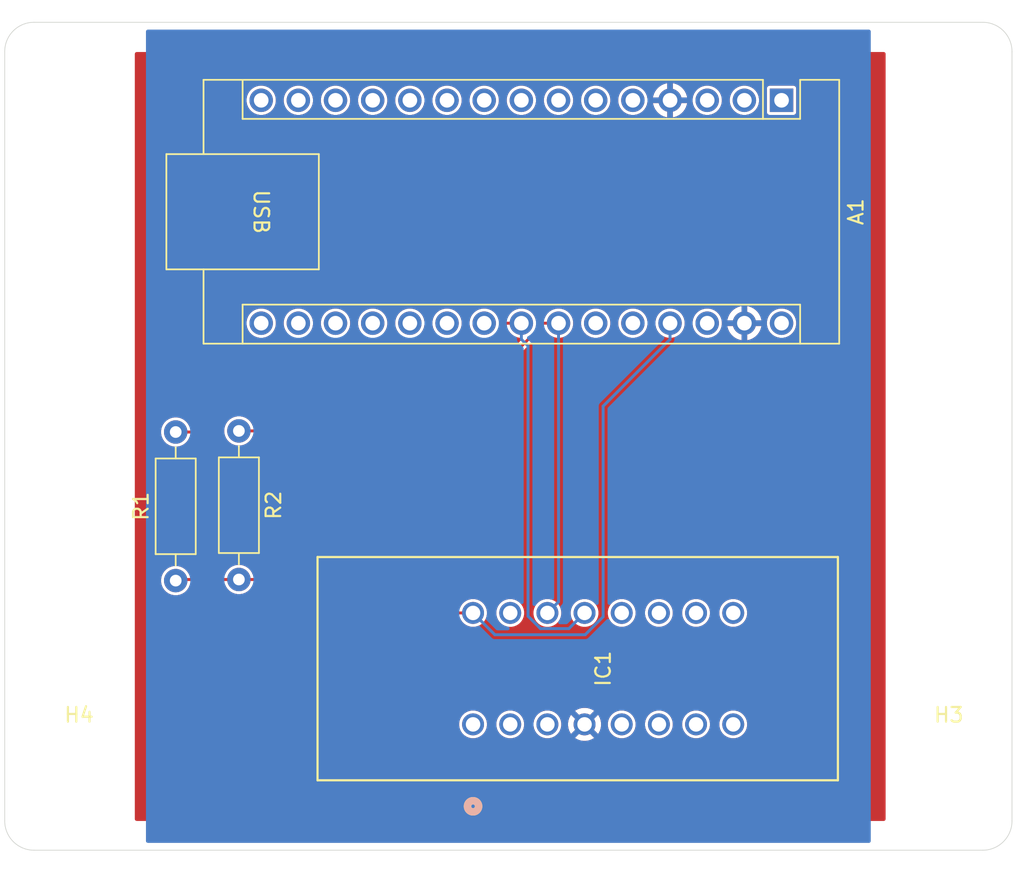
<source format=kicad_pcb>
(kicad_pcb (version 20241229) (generator "pcbnew") (generator_version "9.0")
  (layers (0 "F.Cu" signal) (2 "B.Cu" signal) (13 "F.Paste" user) (15 "B.Paste" user) (5 "F.SilkS" user "F.Silkscreen") (7 "B.SilkS" user "B.Silkscreen") (1 "F.Mask" user) (3 "B.Mask" user) (25 "Edge.Cuts" user))
  (net 0 "")
  (net 21 "Net-(A1-A5)")
  (net 23 "Net-(A1-A4)")
  (net 24 "GND")
  (net 29 "+5V")
  (footprint "Resistor_THT:R_Axial_DIN0207_L6.3mm_D2.5mm_P10.16mm_Horizontal" (layer "F.Cu") (at 98.552 97.8657 90)
    (property "Reference" "R1" (at 5.08 -2.370001 90) (layer "F.SilkS"))
    (property "Value" "2.2K")
    (fp_line (start 8.35 -1.37) (end 1.81 -1.37) (stroke (width 0.12)) (layer "F.SilkS"))
    (fp_line (start 1.81 -1.37) (end 1.81 1.37) (stroke (width 0.12)) (layer "F.SilkS"))
    (fp_line (start 9.12 0) (end 8.350001 0) (stroke (width 0.12)) (layer "F.SilkS"))
    (fp_line (start 1.04 0) (end 1.81 0) (stroke (width 0.12)) (layer "F.SilkS"))
    (fp_line (start 8.35 1.37) (end 8.35 -1.37) (stroke (width 0.12)) (layer "F.SilkS"))
    (fp_line (start 1.81 1.37) (end 8.35 1.37) (stroke (width 0.12)) (layer "F.SilkS"))
    (pad "1" thru_hole circle (at 0 0 90) (size 1.6 1.6) (drill 0.8) (layers "*.Cu" "*.Mask") (net 29 "+5V"))
    (pad "2" thru_hole oval (at 10.16 0 90) (size 1.6 1.6) (drill 0.8) (layers "*.Cu" "*.Mask") (net 23 "Net-(A1-A4)"))
  )
  (footprint "MountingHole:MountingHole_3.2mm_M3" (layer "F.Cu") (at 151.384 111.252)
    (property "Reference" "H3" (at 0 -4.2 0) (layer "F.SilkS"))
    (property "Value" "MountingHole")
    (pad "" np_thru_hole circle (at 0 0) (size 3.2 3.2) (drill 3.2) (layers "*.Cu" "*.Mask"))
  )
  (footprint "My Footprint Library:ZIF16_TO_PCF8583" (layer "F.Cu") (at 118.872 107.696 90)
    (property "Reference" "IC1" (at 3.81 8.89 90) (layer "F.SilkS"))
    (property "Value" "PCF8583P_F5,112")
    (fp_line (start 11.4427 -10.626999) (end -3.8227 -10.626999) (stroke (width 0.1524)) (layer "F.SilkS"))
    (fp_line (start -3.8227 -10.626999) (end -3.8227 24.933001) (stroke (width 0.1524)) (layer "F.SilkS"))
    (fp_line (start 11.4427 24.933001) (end 11.4427 -10.626999) (stroke (width 0.1524)) (layer "F.SilkS"))
    (fp_line (start -3.8227 24.933001) (end 11.4427 24.933001) (stroke (width 0.1524)) (layer "F.SilkS"))
    (fp_circle (center -5.6007 0) (end -5.2197 0) (stroke (width 0.508)) (fill no) (layer "F.SilkS"))
    (fp_circle (center -5.6007 0) (end -5.2197 0) (stroke (width 0.508)) (fill no) (layer "B.SilkS"))
    (pad "" thru_hole circle (at 0 10.16 90) (size 1.4986 1.4986) (drill 0.9906) (layers "*.Cu" "*.Mask"))
    (pad "" thru_hole circle (at 0 12.7 90) (size 1.4986 1.4986) (drill 0.9906) (layers "*.Cu" "*.Mask"))
    (pad "" thru_hole circle (at 0 15.24 90) (size 1.4986 1.4986) (drill 0.9906) (layers "*.Cu" "*.Mask"))
    (pad "" thru_hole circle (at 0 17.78 90) (size 1.4986 1.4986) (drill 0.9906) (layers "*.Cu" "*.Mask"))
    (pad "" thru_hole circle (at 7.62 10.16 90) (size 1.4986 1.4986) (drill 0.9906) (layers "*.Cu" "*.Mask"))
    (pad "" thru_hole circle (at 7.62 12.7 90) (size 1.4986 1.4986) (drill 0.9906) (layers "*.Cu" "*.Mask"))
    (pad "" thru_hole circle (at 7.62 15.24 90) (size 1.4986 1.4986) (drill 0.9906) (layers "*.Cu" "*.Mask"))
    (pad "" thru_hole circle (at 7.62 17.78 90) (size 1.4986 1.4986) (drill 0.9906) (layers "*.Cu" "*.Mask"))
    (pad "1" thru_hole circle (at 0 0 90) (size 1.4986 1.4986) (drill 0.9906) (layers "*.Cu" "*.Mask"))
    (pad "2" thru_hole circle (at 0 2.54 90) (size 1.4986 1.4986) (drill 0.9906) (layers "*.Cu" "*.Mask"))
    (pad "3" thru_hole circle (at 0 5.08 90) (size 1.4986 1.4986) (drill 0.9906) (layers "*.Cu" "*.Mask"))
    (pad "4" thru_hole circle (at 0 7.62 90) (size 1.4986 1.4986) (drill 0.9906) (layers "*.Cu" "*.Mask") (net 24 "GND"))
    (pad "5" thru_hole circle (at 7.62 7.62 90) (size 1.4986 1.4986) (drill 0.9906) (layers "*.Cu" "*.Mask") (net 23 "Net-(A1-A4)"))
    (pad "6" thru_hole circle (at 7.62 5.08 90) (size 1.4986 1.4986) (drill 0.9906) (layers "*.Cu" "*.Mask") (net 21 "Net-(A1-A5)"))
    (pad "7" thru_hole circle (at 7.62 2.54 90) (size 1.4986 1.4986) (drill 0.9906) (layers "*.Cu" "*.Mask"))
    (pad "8" thru_hole circle (at 7.62 0 90) (size 1.4986 1.4986) (drill 0.9906) (layers "*.Cu" "*.Mask") (net 29 "+5V"))
  )
  (footprint "Module:Arduino_Nano" (layer "F.Cu") (at 139.954 65.024 -90)
    (property "Reference" "A1" (at 7.62 -5.08 90) (layer "F.SilkS"))
    (property "Value" "Arduino_Nano_v3.x")
    (fp_line (start 3.68 42.04) (end 3.68 31.619999) (stroke (width 0.12)) (layer "F.SilkS"))
    (fp_line (start 11.559999 42.04) (end 3.68 42.04) (stroke (width 0.12)) (layer "F.SilkS"))
    (fp_line (start 16.64 39.5) (end 11.56 39.499999) (stroke (width 0.12)) (layer "F.SilkS"))
    (fp_line (start 16.64 39.5) (end 16.64 -3.94) (stroke (width 0.12)) (layer "F.SilkS"))
    (fp_line (start -1.4 39.499999) (end 3.68 39.5) (stroke (width 0.12)) (layer "F.SilkS"))
    (fp_line (start 1.27 36.83) (end -1.4 36.83) (stroke (width 0.12)) (layer "F.SilkS"))
    (fp_line (start 13.97 36.83) (end 16.64 36.83) (stroke (width 0.12)) (layer "F.SilkS"))
    (fp_line (start 11.56 31.62) (end 11.559999 42.04) (stroke (width 0.12)) (layer "F.SilkS"))
    (fp_line (start 3.68 31.619999) (end 11.56 31.62) (stroke (width 0.12)) (layer "F.SilkS"))
    (fp_line (start -1.4 1.27) (end -1.4 39.499999) (stroke (width 0.12)) (layer "F.SilkS"))
    (fp_line (start 1.27 1.27) (end 1.27 36.83) (stroke (width 0.12)) (layer "F.SilkS"))
    (fp_line (start 1.27 1.27) (end -1.4 1.27) (stroke (width 0.12)) (layer "F.SilkS"))
    (fp_line (start 1.27 1.27) (end 1.27 -1.27) (stroke (width 0.12)) (layer "F.SilkS"))
    (fp_line (start 1.27 -1.27) (end -1.4 -1.27) (stroke (width 0.12)) (layer "F.SilkS"))
    (fp_line (start 13.97 -1.27) (end 13.97 36.83) (stroke (width 0.12)) (layer "F.SilkS"))
    (fp_line (start 13.97 -1.27) (end 16.64 -1.27) (stroke (width 0.12)) (layer "F.SilkS"))
    (fp_line (start -1.4 -3.94) (end -1.4 -1.27) (stroke (width 0.12)) (layer "F.SilkS"))
    (fp_line (start 16.64 -3.94) (end -1.4 -3.94) (stroke (width 0.12)) (layer "F.SilkS"))
    (fp_text user "USB" (at 7.62 35.56 270) (layer "F.SilkS"))
    (pad "1" thru_hole rect (at 0 0 270) (size 1.6 1.6) (drill 1) (layers "*.Cu" "*.Mask"))
    (pad "2" thru_hole oval (at 0 2.54 270) (size 1.6 1.6) (drill 1) (layers "*.Cu" "*.Mask"))
    (pad "3" thru_hole oval (at 0 5.079999 270) (size 1.6 1.6) (drill 1) (layers "*.Cu" "*.Mask"))
    (pad "4" thru_hole oval (at 0 7.62 270) (size 1.6 1.6) (drill 1) (layers "*.Cu" "*.Mask") (net 24 "GND"))
    (pad "5" thru_hole oval (at 0 10.16 270) (size 1.6 1.6) (drill 1) (layers "*.Cu" "*.Mask"))
    (pad "6" thru_hole oval (at 0 12.7 270) (size 1.6 1.6) (drill 1) (layers "*.Cu" "*.Mask"))
    (pad "7" thru_hole oval (at 0 15.24 270) (size 1.6 1.6) (drill 1) (layers "*.Cu" "*.Mask"))
    (pad "8" thru_hole oval (at 0 17.780001 270) (size 1.6 1.6) (drill 1) (layers "*.Cu" "*.Mask"))
    (pad "9" thru_hole oval (at 0 20.32 270) (size 1.6 1.6) (drill 1) (layers "*.Cu" "*.Mask"))
    (pad "10" thru_hole oval (at 0 22.86 270) (size 1.6 1.6) (drill 1) (layers "*.Cu" "*.Mask"))
    (pad "11" thru_hole oval (at 0 25.4 270) (size 1.6 1.6) (drill 1) (layers "*.Cu" "*.Mask"))
    (pad "12" thru_hole oval (at 0 27.939999 270) (size 1.6 1.6) (drill 1) (layers "*.Cu" "*.Mask"))
    (pad "13" thru_hole oval (at 0 30.48 270) (size 1.6 1.6) (drill 1) (layers "*.Cu" "*.Mask"))
    (pad "14" thru_hole oval (at 0 33.02 270) (size 1.6 1.6) (drill 1) (layers "*.Cu" "*.Mask"))
    (pad "15" thru_hole oval (at 0 35.56 270) (size 1.6 1.6) (drill 1) (layers "*.Cu" "*.Mask"))
    (pad "16" thru_hole oval (at 15.24 35.56 270) (size 1.6 1.6) (drill 1) (layers "*.Cu" "*.Mask"))
    (pad "17" thru_hole oval (at 15.24 33.02 270) (size 1.6 1.6) (drill 1) (layers "*.Cu" "*.Mask"))
    (pad "18" thru_hole oval (at 15.24 30.48 270) (size 1.6 1.6) (drill 1) (layers "*.Cu" "*.Mask"))
    (pad "19" thru_hole oval (at 15.24 27.94 270) (size 1.6 1.6) (drill 1) (layers "*.Cu" "*.Mask"))
    (pad "20" thru_hole oval (at 15.24 25.4 270) (size 1.6 1.6) (drill 1) (layers "*.Cu" "*.Mask"))
    (pad "21" thru_hole oval (at 15.24 22.86 270) (size 1.6 1.6) (drill 1) (layers "*.Cu" "*.Mask"))
    (pad "22" thru_hole oval (at 15.24 20.32 270) (size 1.6 1.6) (drill 1) (layers "*.Cu" "*.Mask"))
    (pad "23" thru_hole oval (at 15.24 17.78 270) (size 1.6 1.6) (drill 1) (layers "*.Cu" "*.Mask") (net 23 "Net-(A1-A4)"))
    (pad "24" thru_hole oval (at 15.24 15.24 270) (size 1.6 1.6) (drill 1) (layers "*.Cu" "*.Mask") (net 21 "Net-(A1-A5)"))
    (pad "25" thru_hole oval (at 15.24 12.7 270) (size 1.6 1.6) (drill 1) (layers "*.Cu" "*.Mask"))
    (pad "26" thru_hole oval (at 15.24 10.16 270) (size 1.6 1.6) (drill 1) (layers "*.Cu" "*.Mask"))
    (pad "27" thru_hole oval (at 15.24 7.62 270) (size 1.6 1.6) (drill 1) (layers "*.Cu" "*.Mask") (net 29 "+5V"))
    (pad "28" thru_hole oval (at 15.24 5.08 270) (size 1.6 1.6) (drill 1) (layers "*.Cu" "*.Mask"))
    (pad "29" thru_hole oval (at 15.24 2.54 270) (size 1.6 1.6) (drill 1) (layers "*.Cu" "*.Mask") (net 24 "GND"))
    (pad "30" thru_hole oval (at 15.24 0 270) (size 1.6 1.6) (drill 1) (layers "*.Cu" "*.Mask"))
  )
  (footprint "MountingHole:MountingHole_3.2mm_M3" (layer "F.Cu") (at 151.13 64.77)
    (property "Reference" "H2" (hide yes))
    (property "Value" "MountingHole")
    (pad "" np_thru_hole circle (at 0 0) (size 3.2 3.2) (drill 3.2) (layers "*.Cu" "*.Mask"))
  )
  (footprint "MountingHole:MountingHole_3.2mm_M3" (layer "F.Cu") (at 91.694 64.77)
    (property "Reference" "H1" (hide yes))
    (property "Value" "MountingHole")
    (pad "" np_thru_hole circle (at 0 0) (size 3.2 3.2) (drill 3.2) (layers "*.Cu" "*.Mask"))
  )
  (footprint "Resistor_THT:R_Axial_DIN0207_L6.3mm_D2.5mm_P10.16mm_Horizontal" (layer "F.Cu") (at 102.87 87.63 -90)
    (property "Reference" "R2" (at 5.08 -2.370001 90) (layer "F.SilkS"))
    (property "Value" "2.2K")
    (fp_line (start 1.81 1.37) (end 8.35 1.37) (stroke (width 0.12)) (layer "F.SilkS"))
    (fp_line (start 8.35 1.37) (end 8.35 -1.37) (stroke (width 0.12)) (layer "F.SilkS"))
    (fp_line (start 1.04 0) (end 1.81 0) (stroke (width 0.12)) (layer "F.SilkS"))
    (fp_line (start 9.12 0) (end 8.350001 0) (stroke (width 0.12)) (layer "F.SilkS"))
    (fp_line (start 1.81 -1.37) (end 1.81 1.37) (stroke (width 0.12)) (layer "F.SilkS"))
    (fp_line (start 8.35 -1.37) (end 1.81 -1.37) (stroke (width 0.12)) (layer "F.SilkS"))
    (pad "1" thru_hole circle (at 0 0 270) (size 1.6 1.6) (drill 0.8) (layers "*.Cu" "*.Mask") (net 21 "Net-(A1-A5)"))
    (pad "2" thru_hole oval (at 10.16 0 270) (size 1.6 1.6) (drill 0.8) (layers "*.Cu" "*.Mask") (net 29 "+5V"))
  )
  (footprint "MountingHole:MountingHole_3.2mm_M3" (layer "F.Cu") (at 91.948 111.252)
    (property "Reference" "H4" (at 0 -4.2 0) (layer "F.SilkS"))
    (property "Value" "MountingHole")
    (pad "" np_thru_hole circle (at 0 0) (size 3.2 3.2) (drill 3.2) (layers "*.Cu" "*.Mask"))
  )
  (gr_arc (start 155.702 114.3) (mid 155.116214 115.714214) (end 153.702 116.3) (stroke (width 0.05)) (layer "Edge.Cuts"))
  (gr_line (start 153.702 116.3) (end 88.868 116.3) (stroke (width 0.05)) (layer "Edge.Cuts"))
  (gr_arc (start 88.868 116.3) (mid 87.453786 115.714214) (end 86.868 114.3) (stroke (width 0.05)) (layer "Edge.Cuts"))
  (gr_line (start 155.702 61.69) (end 155.702 114.3) (stroke (width 0.05)) (layer "Edge.Cuts"))
  (gr_arc (start 153.702 59.69) (mid 155.116214 60.275786) (end 155.702 61.69) (stroke (width 0.05)) (layer "Edge.Cuts"))
  (gr_line (start 86.868 114.3) (end 86.868 61.69) (stroke (width 0.05)) (layer "Edge.Cuts"))
  (gr_arc (start 86.868 61.69) (mid 87.453786 60.275786) (end 88.868 59.69) (stroke (width 0.05)) (layer "Edge.Cuts"))
  (gr_line (start 88.868 59.69) (end 153.702 59.69) (stroke (width 0.05)) (layer "Edge.Cuts"))
  (segment (start 123.6123 80.264) (end 123.6123 80.4017) (width 0.2) (layer "F.Cu") (net 21))
  (segment (start 116.384 87.63) (end 102.87 87.63) (width 0.2) (layer "F.Cu") (net 21))
  (segment (start 123.6123 80.4017) (end 116.384 87.63) (width 0.2) (layer "F.Cu") (net 21))
  (segment (start 124.714 80.264) (end 123.6123 80.264) (width 0.2) (layer "F.Cu") (net 21))
  (segment (start 124.714 99.314) (end 123.952 100.076) (width 0.2) (layer "B.Cu") (net 21))
  (segment (start 124.714 80.264) (end 124.714 99.314) (width 0.2) (layer "B.Cu") (net 21))
  (segment (start 120.1084 81.3657) (end 105.9937 81.3657) (width 0.2) (layer "F.Cu") (net 23))
  (segment (start 122.174 80.264) (end 121.0723 80.264) (width 0.2) (layer "F.Cu") (net 23))
  (segment (start 121.0723 80.4018) (end 120.1084 81.3657) (width 0.2) (layer "F.Cu") (net 23))
  (segment (start 105.9937 81.3657) (end 99.6537 87.7057) (width 0.2) (layer "F.Cu") (net 23))
  (segment (start 121.0723 80.264) (end 121.0723 80.4018) (width 0.2) (layer "F.Cu") (net 23))
  (segment (start 98.552 87.7057) (end 99.6537 87.7057) (width 0.2) (layer "F.Cu") (net 23))
  (segment (start 122.6305 81.8222) (end 122.174 81.3657) (width 0.2) (layer "B.Cu") (net 23))
  (segment (start 125.4202 101.1478) (end 123.4815 101.1478) (width 0.2) (layer "B.Cu") (net 23))
  (segment (start 122.174 80.264) (end 122.174 81.3657) (width 0.2) (layer "B.Cu") (net 23))
  (segment (start 126.492 100.076) (end 125.4202 101.1478) (width 0.2) (layer "B.Cu") (net 23))
  (segment (start 122.6305 100.2968) (end 122.6305 81.8222) (width 0.2) (layer "B.Cu") (net 23))
  (segment (start 123.4815 101.1478) (end 122.6305 100.2968) (width 0.2) (layer "B.Cu") (net 23))
  (segment (start 106.2577 100.076) (end 103.9717 97.79) (width 0.2) (layer "F.Cu") (net 29))
  (segment (start 102.87 97.79) (end 98.6277 97.79) (width 0.2) (layer "F.Cu") (net 29))
  (segment (start 102.87 97.79) (end 103.9717 97.79) (width 0.2) (layer "F.Cu") (net 29))
  (segment (start 98.6277 97.79) (end 98.552 97.8657) (width 0.2) (layer "F.Cu") (net 29))
  (segment (start 118.872 100.076) (end 106.2577 100.076) (width 0.2) (layer "F.Cu") (net 29))
  (segment (start 127.762 100.3383) (end 126.5339 101.5664) (width 0.2) (layer "B.Cu") (net 29))
  (segment (start 127.762 85.9377) (end 127.762 100.3383) (width 0.2) (layer "B.Cu") (net 29))
  (segment (start 120.3624 101.5664) (end 118.872 100.076) (width 0.2) (layer "B.Cu") (net 29))
  (segment (start 126.5339 101.5664) (end 120.3624 101.5664) (width 0.2) (layer "B.Cu") (net 29))
  (segment (start 132.334 80.264) (end 132.334 81.3657) (width 0.2) (layer "B.Cu") (net 29))
  (segment (start 132.334 81.3657) (end 127.762 85.9377) (width 0.2) (layer "B.Cu") (net 29))
  (zone (net 24) (net_name "GND") (layer "F.Cu") (connect_pads (clearance 0)) (min_thickness 0.254) (fill yes (thermal_gap 0.381) (thermal_bridge_width 0.381))
    (polygon (pts (xy 95.758 61.722) (xy 147.066 61.722) (xy 147.066 114.3) (xy 147.066 114.3) (xy 95.758 114.3) (xy 95.758 114.3)))
  )
  (zone (net 24) (net_name "GND") (layer "B.Cu") (priority 1) (connect_pads (clearance 0)) (min_thickness 0.254) (fill yes (thermal_gap 0.381) (thermal_bridge_width 0.381))
    (polygon (pts (xy 96.52 58.166) (xy 145.796 58.166) (xy 146.05 58.42) (xy 146.05 118.11) (xy 145.542 118.618) (xy 96.52 118.618)))
  )
)
</source>
